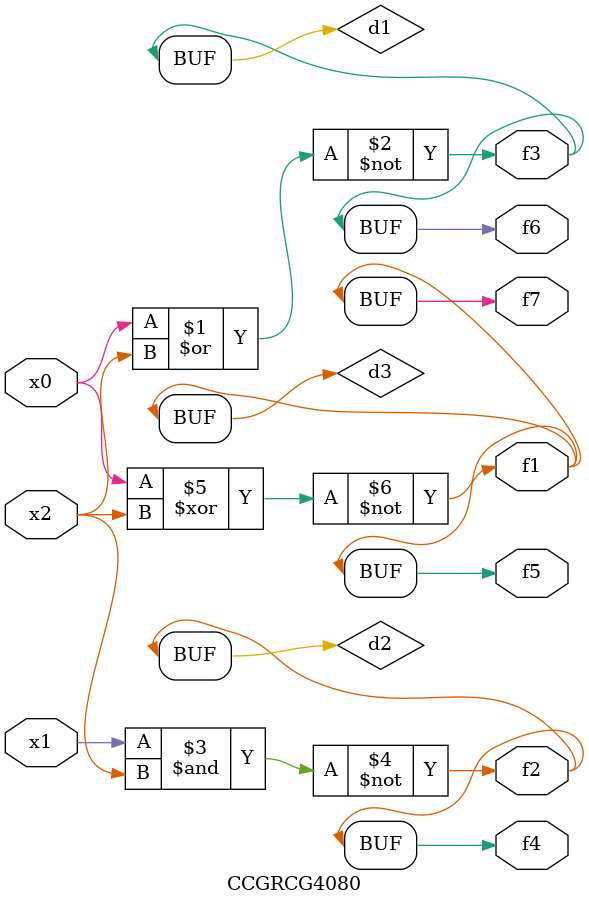
<source format=v>
module CCGRCG4080(
	input x0, x1, x2,
	output f1, f2, f3, f4, f5, f6, f7
);

	wire d1, d2, d3;

	nor (d1, x0, x2);
	nand (d2, x1, x2);
	xnor (d3, x0, x2);
	assign f1 = d3;
	assign f2 = d2;
	assign f3 = d1;
	assign f4 = d2;
	assign f5 = d3;
	assign f6 = d1;
	assign f7 = d3;
endmodule

</source>
